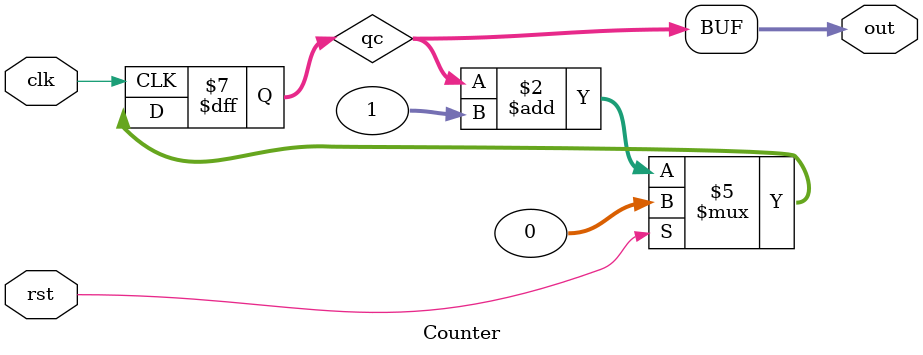
<source format=sv>
module Counter(clk, rst, out);
	parameter N = 32;
	
	input logic clk, rst;
	output logic [N-1:0] out;
	
	// Initial value, in the next cycle it will be zero
	logic[N-1:0] qc = {N{1'b1}};
	
	always @ (posedge clk) begin
		if (rst)
			qc <= 0;
		else
			qc <= qc + 1;
	end
	
	assign out = qc;

endmodule 
</source>
